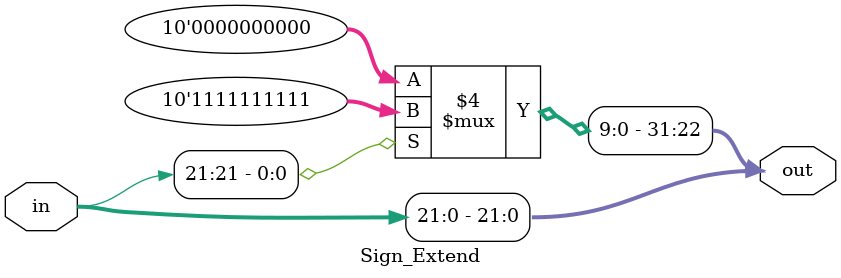
<source format=v>
`timescale 1ns / 1ps

module Sign_Extend(in, out);

input [21:0] in;
output reg [31:0] out;

always@(in)
begin 
    out[21:0] = in;
    if(in[21] == 1)
    begin
         out[31:22] = 10'b1111111111;
    end
    else
    begin
        out[31:22] = 10'b0000000000;    
    end
end 
    
endmodule

</source>
